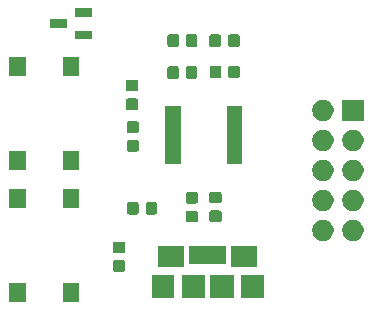
<source format=gbr>
G04 #@! TF.GenerationSoftware,KiCad,Pcbnew,(5.1.5)-3*
G04 #@! TF.CreationDate,2019-12-14T15:37:32-08:00*
G04 #@! TF.ProjectId,programmer,70726f67-7261-46d6-9d65-722e6b696361,rev?*
G04 #@! TF.SameCoordinates,Original*
G04 #@! TF.FileFunction,Soldermask,Top*
G04 #@! TF.FilePolarity,Negative*
%FSLAX46Y46*%
G04 Gerber Fmt 4.6, Leading zero omitted, Abs format (unit mm)*
G04 Created by KiCad (PCBNEW (5.1.5)-3) date 2019-12-14 15:37:32*
%MOMM*%
%LPD*%
G04 APERTURE LIST*
%ADD10C,0.100000*%
G04 APERTURE END LIST*
D10*
G36*
X126875500Y-128969000D02*
G01*
X125473500Y-128969000D01*
X125473500Y-127317000D01*
X126875500Y-127317000D01*
X126875500Y-128969000D01*
G37*
G36*
X122375500Y-128969000D02*
G01*
X120973500Y-128969000D01*
X120973500Y-127317000D01*
X122375500Y-127317000D01*
X122375500Y-128969000D01*
G37*
G36*
X142516640Y-128666480D02*
G01*
X140614640Y-128666480D01*
X140614640Y-126664480D01*
X142516640Y-126664480D01*
X142516640Y-128666480D01*
G37*
G36*
X139966640Y-128666480D02*
G01*
X137964640Y-128666480D01*
X137964640Y-126664480D01*
X139966640Y-126664480D01*
X139966640Y-128666480D01*
G37*
G36*
X137566640Y-128666480D02*
G01*
X135564640Y-128666480D01*
X135564640Y-126664480D01*
X137566640Y-126664480D01*
X137566640Y-128666480D01*
G37*
G36*
X134916640Y-128666480D02*
G01*
X133014640Y-128666480D01*
X133014640Y-126664480D01*
X134916640Y-126664480D01*
X134916640Y-128666480D01*
G37*
G36*
X130630791Y-125438825D02*
G01*
X130664769Y-125449133D01*
X130696090Y-125465874D01*
X130723539Y-125488401D01*
X130746066Y-125515850D01*
X130762807Y-125547171D01*
X130773115Y-125581149D01*
X130777200Y-125622630D01*
X130777200Y-126223850D01*
X130773115Y-126265331D01*
X130762807Y-126299309D01*
X130746066Y-126330630D01*
X130723539Y-126358079D01*
X130696090Y-126380606D01*
X130664769Y-126397347D01*
X130630791Y-126407655D01*
X130589310Y-126411740D01*
X129913090Y-126411740D01*
X129871609Y-126407655D01*
X129837631Y-126397347D01*
X129806310Y-126380606D01*
X129778861Y-126358079D01*
X129756334Y-126330630D01*
X129739593Y-126299309D01*
X129729285Y-126265331D01*
X129725200Y-126223850D01*
X129725200Y-125622630D01*
X129729285Y-125581149D01*
X129739593Y-125547171D01*
X129756334Y-125515850D01*
X129778861Y-125488401D01*
X129806310Y-125465874D01*
X129837631Y-125449133D01*
X129871609Y-125438825D01*
X129913090Y-125434740D01*
X130589310Y-125434740D01*
X130630791Y-125438825D01*
G37*
G36*
X141966640Y-125966480D02*
G01*
X139764640Y-125966480D01*
X139764640Y-124264480D01*
X141966640Y-124264480D01*
X141966640Y-125966480D01*
G37*
G36*
X135766640Y-125966480D02*
G01*
X133564640Y-125966480D01*
X133564640Y-124264480D01*
X135766640Y-124264480D01*
X135766640Y-125966480D01*
G37*
G36*
X139316640Y-125716480D02*
G01*
X136214640Y-125716480D01*
X136214640Y-124264480D01*
X139316640Y-124264480D01*
X139316640Y-125716480D01*
G37*
G36*
X130630791Y-123863825D02*
G01*
X130664769Y-123874133D01*
X130696090Y-123890874D01*
X130723539Y-123913401D01*
X130746066Y-123940850D01*
X130762807Y-123972171D01*
X130773115Y-124006149D01*
X130777200Y-124047630D01*
X130777200Y-124648850D01*
X130773115Y-124690331D01*
X130762807Y-124724309D01*
X130746066Y-124755630D01*
X130723539Y-124783079D01*
X130696090Y-124805606D01*
X130664769Y-124822347D01*
X130630791Y-124832655D01*
X130589310Y-124836740D01*
X129913090Y-124836740D01*
X129871609Y-124832655D01*
X129837631Y-124822347D01*
X129806310Y-124805606D01*
X129778861Y-124783079D01*
X129756334Y-124755630D01*
X129739593Y-124724309D01*
X129729285Y-124690331D01*
X129725200Y-124648850D01*
X129725200Y-124047630D01*
X129729285Y-124006149D01*
X129739593Y-123972171D01*
X129756334Y-123940850D01*
X129778861Y-123913401D01*
X129806310Y-123890874D01*
X129837631Y-123874133D01*
X129871609Y-123863825D01*
X129913090Y-123859740D01*
X130589310Y-123859740D01*
X130630791Y-123863825D01*
G37*
G36*
X147623512Y-122003927D02*
G01*
X147772812Y-122033624D01*
X147936784Y-122101544D01*
X148084354Y-122200147D01*
X148209853Y-122325646D01*
X148308456Y-122473216D01*
X148376376Y-122637188D01*
X148411000Y-122811259D01*
X148411000Y-122988741D01*
X148376376Y-123162812D01*
X148308456Y-123326784D01*
X148209853Y-123474354D01*
X148084354Y-123599853D01*
X147936784Y-123698456D01*
X147772812Y-123766376D01*
X147623512Y-123796073D01*
X147598742Y-123801000D01*
X147421258Y-123801000D01*
X147396488Y-123796073D01*
X147247188Y-123766376D01*
X147083216Y-123698456D01*
X146935646Y-123599853D01*
X146810147Y-123474354D01*
X146711544Y-123326784D01*
X146643624Y-123162812D01*
X146609000Y-122988741D01*
X146609000Y-122811259D01*
X146643624Y-122637188D01*
X146711544Y-122473216D01*
X146810147Y-122325646D01*
X146935646Y-122200147D01*
X147083216Y-122101544D01*
X147247188Y-122033624D01*
X147396488Y-122003927D01*
X147421258Y-121999000D01*
X147598742Y-121999000D01*
X147623512Y-122003927D01*
G37*
G36*
X150163512Y-122003927D02*
G01*
X150312812Y-122033624D01*
X150476784Y-122101544D01*
X150624354Y-122200147D01*
X150749853Y-122325646D01*
X150848456Y-122473216D01*
X150916376Y-122637188D01*
X150951000Y-122811259D01*
X150951000Y-122988741D01*
X150916376Y-123162812D01*
X150848456Y-123326784D01*
X150749853Y-123474354D01*
X150624354Y-123599853D01*
X150476784Y-123698456D01*
X150312812Y-123766376D01*
X150163512Y-123796073D01*
X150138742Y-123801000D01*
X149961258Y-123801000D01*
X149936488Y-123796073D01*
X149787188Y-123766376D01*
X149623216Y-123698456D01*
X149475646Y-123599853D01*
X149350147Y-123474354D01*
X149251544Y-123326784D01*
X149183624Y-123162812D01*
X149149000Y-122988741D01*
X149149000Y-122811259D01*
X149183624Y-122637188D01*
X149251544Y-122473216D01*
X149350147Y-122325646D01*
X149475646Y-122200147D01*
X149623216Y-122101544D01*
X149787188Y-122033624D01*
X149936488Y-122003927D01*
X149961258Y-121999000D01*
X150138742Y-121999000D01*
X150163512Y-122003927D01*
G37*
G36*
X136787751Y-121232385D02*
G01*
X136821729Y-121242693D01*
X136853050Y-121259434D01*
X136880499Y-121281961D01*
X136903026Y-121309410D01*
X136919767Y-121340731D01*
X136930075Y-121374709D01*
X136934160Y-121416190D01*
X136934160Y-122017410D01*
X136930075Y-122058891D01*
X136919767Y-122092869D01*
X136903026Y-122124190D01*
X136880499Y-122151639D01*
X136853050Y-122174166D01*
X136821729Y-122190907D01*
X136787751Y-122201215D01*
X136746270Y-122205300D01*
X136070050Y-122205300D01*
X136028569Y-122201215D01*
X135994591Y-122190907D01*
X135963270Y-122174166D01*
X135935821Y-122151639D01*
X135913294Y-122124190D01*
X135896553Y-122092869D01*
X135886245Y-122058891D01*
X135882160Y-122017410D01*
X135882160Y-121416190D01*
X135886245Y-121374709D01*
X135896553Y-121340731D01*
X135913294Y-121309410D01*
X135935821Y-121281961D01*
X135963270Y-121259434D01*
X135994591Y-121242693D01*
X136028569Y-121232385D01*
X136070050Y-121228300D01*
X136746270Y-121228300D01*
X136787751Y-121232385D01*
G37*
G36*
X138789271Y-121222225D02*
G01*
X138823249Y-121232533D01*
X138854570Y-121249274D01*
X138882019Y-121271801D01*
X138904546Y-121299250D01*
X138921287Y-121330571D01*
X138931595Y-121364549D01*
X138935680Y-121406030D01*
X138935680Y-122007250D01*
X138931595Y-122048731D01*
X138921287Y-122082709D01*
X138904546Y-122114030D01*
X138882019Y-122141479D01*
X138854570Y-122164006D01*
X138823249Y-122180747D01*
X138789271Y-122191055D01*
X138747790Y-122195140D01*
X138071570Y-122195140D01*
X138030089Y-122191055D01*
X137996111Y-122180747D01*
X137964790Y-122164006D01*
X137937341Y-122141479D01*
X137914814Y-122114030D01*
X137898073Y-122082709D01*
X137887765Y-122048731D01*
X137883680Y-122007250D01*
X137883680Y-121406030D01*
X137887765Y-121364549D01*
X137898073Y-121330571D01*
X137914814Y-121299250D01*
X137937341Y-121271801D01*
X137964790Y-121249274D01*
X137996111Y-121232533D01*
X138030089Y-121222225D01*
X138071570Y-121218140D01*
X138747790Y-121218140D01*
X138789271Y-121222225D01*
G37*
G36*
X131751531Y-120514165D02*
G01*
X131785509Y-120524473D01*
X131816830Y-120541214D01*
X131844279Y-120563741D01*
X131866806Y-120591190D01*
X131883547Y-120622511D01*
X131893855Y-120656489D01*
X131897940Y-120697970D01*
X131897940Y-121374190D01*
X131893855Y-121415671D01*
X131883547Y-121449649D01*
X131866806Y-121480970D01*
X131844279Y-121508419D01*
X131816830Y-121530946D01*
X131785509Y-121547687D01*
X131751531Y-121557995D01*
X131710050Y-121562080D01*
X131108830Y-121562080D01*
X131067349Y-121557995D01*
X131033371Y-121547687D01*
X131002050Y-121530946D01*
X130974601Y-121508419D01*
X130952074Y-121480970D01*
X130935333Y-121449649D01*
X130925025Y-121415671D01*
X130920940Y-121374190D01*
X130920940Y-120697970D01*
X130925025Y-120656489D01*
X130935333Y-120622511D01*
X130952074Y-120591190D01*
X130974601Y-120563741D01*
X131002050Y-120541214D01*
X131033371Y-120524473D01*
X131067349Y-120514165D01*
X131108830Y-120510080D01*
X131710050Y-120510080D01*
X131751531Y-120514165D01*
G37*
G36*
X133326531Y-120514165D02*
G01*
X133360509Y-120524473D01*
X133391830Y-120541214D01*
X133419279Y-120563741D01*
X133441806Y-120591190D01*
X133458547Y-120622511D01*
X133468855Y-120656489D01*
X133472940Y-120697970D01*
X133472940Y-121374190D01*
X133468855Y-121415671D01*
X133458547Y-121449649D01*
X133441806Y-121480970D01*
X133419279Y-121508419D01*
X133391830Y-121530946D01*
X133360509Y-121547687D01*
X133326531Y-121557995D01*
X133285050Y-121562080D01*
X132683830Y-121562080D01*
X132642349Y-121557995D01*
X132608371Y-121547687D01*
X132577050Y-121530946D01*
X132549601Y-121508419D01*
X132527074Y-121480970D01*
X132510333Y-121449649D01*
X132500025Y-121415671D01*
X132495940Y-121374190D01*
X132495940Y-120697970D01*
X132500025Y-120656489D01*
X132510333Y-120622511D01*
X132527074Y-120591190D01*
X132549601Y-120563741D01*
X132577050Y-120541214D01*
X132608371Y-120524473D01*
X132642349Y-120514165D01*
X132683830Y-120510080D01*
X133285050Y-120510080D01*
X133326531Y-120514165D01*
G37*
G36*
X147623512Y-119463927D02*
G01*
X147772812Y-119493624D01*
X147936784Y-119561544D01*
X148084354Y-119660147D01*
X148209853Y-119785646D01*
X148308456Y-119933216D01*
X148376376Y-120097188D01*
X148411000Y-120271259D01*
X148411000Y-120448741D01*
X148376376Y-120622812D01*
X148308456Y-120786784D01*
X148209853Y-120934354D01*
X148084354Y-121059853D01*
X147936784Y-121158456D01*
X147772812Y-121226376D01*
X147623512Y-121256073D01*
X147598742Y-121261000D01*
X147421258Y-121261000D01*
X147396488Y-121256073D01*
X147247188Y-121226376D01*
X147083216Y-121158456D01*
X146935646Y-121059853D01*
X146810147Y-120934354D01*
X146711544Y-120786784D01*
X146643624Y-120622812D01*
X146609000Y-120448741D01*
X146609000Y-120271259D01*
X146643624Y-120097188D01*
X146711544Y-119933216D01*
X146810147Y-119785646D01*
X146935646Y-119660147D01*
X147083216Y-119561544D01*
X147247188Y-119493624D01*
X147396488Y-119463927D01*
X147421258Y-119459000D01*
X147598742Y-119459000D01*
X147623512Y-119463927D01*
G37*
G36*
X150163512Y-119463927D02*
G01*
X150312812Y-119493624D01*
X150476784Y-119561544D01*
X150624354Y-119660147D01*
X150749853Y-119785646D01*
X150848456Y-119933216D01*
X150916376Y-120097188D01*
X150951000Y-120271259D01*
X150951000Y-120448741D01*
X150916376Y-120622812D01*
X150848456Y-120786784D01*
X150749853Y-120934354D01*
X150624354Y-121059853D01*
X150476784Y-121158456D01*
X150312812Y-121226376D01*
X150163512Y-121256073D01*
X150138742Y-121261000D01*
X149961258Y-121261000D01*
X149936488Y-121256073D01*
X149787188Y-121226376D01*
X149623216Y-121158456D01*
X149475646Y-121059853D01*
X149350147Y-120934354D01*
X149251544Y-120786784D01*
X149183624Y-120622812D01*
X149149000Y-120448741D01*
X149149000Y-120271259D01*
X149183624Y-120097188D01*
X149251544Y-119933216D01*
X149350147Y-119785646D01*
X149475646Y-119660147D01*
X149623216Y-119561544D01*
X149787188Y-119493624D01*
X149936488Y-119463927D01*
X149961258Y-119459000D01*
X150138742Y-119459000D01*
X150163512Y-119463927D01*
G37*
G36*
X126875500Y-121019000D02*
G01*
X125473500Y-121019000D01*
X125473500Y-119367000D01*
X126875500Y-119367000D01*
X126875500Y-121019000D01*
G37*
G36*
X122375500Y-121019000D02*
G01*
X120973500Y-121019000D01*
X120973500Y-119367000D01*
X122375500Y-119367000D01*
X122375500Y-121019000D01*
G37*
G36*
X136787751Y-119657385D02*
G01*
X136821729Y-119667693D01*
X136853050Y-119684434D01*
X136880499Y-119706961D01*
X136903026Y-119734410D01*
X136919767Y-119765731D01*
X136930075Y-119799709D01*
X136934160Y-119841190D01*
X136934160Y-120442410D01*
X136930075Y-120483891D01*
X136919767Y-120517869D01*
X136903026Y-120549190D01*
X136880499Y-120576639D01*
X136853050Y-120599166D01*
X136821729Y-120615907D01*
X136787751Y-120626215D01*
X136746270Y-120630300D01*
X136070050Y-120630300D01*
X136028569Y-120626215D01*
X135994591Y-120615907D01*
X135963270Y-120599166D01*
X135935821Y-120576639D01*
X135913294Y-120549190D01*
X135896553Y-120517869D01*
X135886245Y-120483891D01*
X135882160Y-120442410D01*
X135882160Y-119841190D01*
X135886245Y-119799709D01*
X135896553Y-119765731D01*
X135913294Y-119734410D01*
X135935821Y-119706961D01*
X135963270Y-119684434D01*
X135994591Y-119667693D01*
X136028569Y-119657385D01*
X136070050Y-119653300D01*
X136746270Y-119653300D01*
X136787751Y-119657385D01*
G37*
G36*
X138789271Y-119647225D02*
G01*
X138823249Y-119657533D01*
X138854570Y-119674274D01*
X138882019Y-119696801D01*
X138904546Y-119724250D01*
X138921287Y-119755571D01*
X138931595Y-119789549D01*
X138935680Y-119831030D01*
X138935680Y-120432250D01*
X138931595Y-120473731D01*
X138921287Y-120507709D01*
X138904546Y-120539030D01*
X138882019Y-120566479D01*
X138854570Y-120589006D01*
X138823249Y-120605747D01*
X138789271Y-120616055D01*
X138747790Y-120620140D01*
X138071570Y-120620140D01*
X138030089Y-120616055D01*
X137996111Y-120605747D01*
X137964790Y-120589006D01*
X137937341Y-120566479D01*
X137914814Y-120539030D01*
X137898073Y-120507709D01*
X137887765Y-120473731D01*
X137883680Y-120432250D01*
X137883680Y-119831030D01*
X137887765Y-119789549D01*
X137898073Y-119755571D01*
X137914814Y-119724250D01*
X137937341Y-119696801D01*
X137964790Y-119674274D01*
X137996111Y-119657533D01*
X138030089Y-119647225D01*
X138071570Y-119643140D01*
X138747790Y-119643140D01*
X138789271Y-119647225D01*
G37*
G36*
X150163512Y-116923927D02*
G01*
X150312812Y-116953624D01*
X150476784Y-117021544D01*
X150624354Y-117120147D01*
X150749853Y-117245646D01*
X150848456Y-117393216D01*
X150916376Y-117557188D01*
X150951000Y-117731259D01*
X150951000Y-117908741D01*
X150916376Y-118082812D01*
X150848456Y-118246784D01*
X150749853Y-118394354D01*
X150624354Y-118519853D01*
X150476784Y-118618456D01*
X150312812Y-118686376D01*
X150163512Y-118716073D01*
X150138742Y-118721000D01*
X149961258Y-118721000D01*
X149936488Y-118716073D01*
X149787188Y-118686376D01*
X149623216Y-118618456D01*
X149475646Y-118519853D01*
X149350147Y-118394354D01*
X149251544Y-118246784D01*
X149183624Y-118082812D01*
X149149000Y-117908741D01*
X149149000Y-117731259D01*
X149183624Y-117557188D01*
X149251544Y-117393216D01*
X149350147Y-117245646D01*
X149475646Y-117120147D01*
X149623216Y-117021544D01*
X149787188Y-116953624D01*
X149936488Y-116923927D01*
X149961258Y-116919000D01*
X150138742Y-116919000D01*
X150163512Y-116923927D01*
G37*
G36*
X147623512Y-116923927D02*
G01*
X147772812Y-116953624D01*
X147936784Y-117021544D01*
X148084354Y-117120147D01*
X148209853Y-117245646D01*
X148308456Y-117393216D01*
X148376376Y-117557188D01*
X148411000Y-117731259D01*
X148411000Y-117908741D01*
X148376376Y-118082812D01*
X148308456Y-118246784D01*
X148209853Y-118394354D01*
X148084354Y-118519853D01*
X147936784Y-118618456D01*
X147772812Y-118686376D01*
X147623512Y-118716073D01*
X147598742Y-118721000D01*
X147421258Y-118721000D01*
X147396488Y-118716073D01*
X147247188Y-118686376D01*
X147083216Y-118618456D01*
X146935646Y-118519853D01*
X146810147Y-118394354D01*
X146711544Y-118246784D01*
X146643624Y-118082812D01*
X146609000Y-117908741D01*
X146609000Y-117731259D01*
X146643624Y-117557188D01*
X146711544Y-117393216D01*
X146810147Y-117245646D01*
X146935646Y-117120147D01*
X147083216Y-117021544D01*
X147247188Y-116953624D01*
X147396488Y-116923927D01*
X147421258Y-116919000D01*
X147598742Y-116919000D01*
X147623512Y-116923927D01*
G37*
G36*
X122375500Y-117793000D02*
G01*
X120973500Y-117793000D01*
X120973500Y-116141000D01*
X122375500Y-116141000D01*
X122375500Y-117793000D01*
G37*
G36*
X126875500Y-117793000D02*
G01*
X125473500Y-117793000D01*
X125473500Y-116141000D01*
X126875500Y-116141000D01*
X126875500Y-117793000D01*
G37*
G36*
X135465960Y-117324680D02*
G01*
X134163960Y-117324680D01*
X134163960Y-112377680D01*
X135465960Y-112377680D01*
X135465960Y-117324680D01*
G37*
G36*
X140665960Y-117324680D02*
G01*
X139363960Y-117324680D01*
X139363960Y-112377680D01*
X140665960Y-112377680D01*
X140665960Y-117324680D01*
G37*
G36*
X131794111Y-115253425D02*
G01*
X131828089Y-115263733D01*
X131859410Y-115280474D01*
X131886859Y-115303001D01*
X131909386Y-115330450D01*
X131926127Y-115361771D01*
X131936435Y-115395749D01*
X131940520Y-115437230D01*
X131940520Y-116038450D01*
X131936435Y-116079931D01*
X131926127Y-116113909D01*
X131909386Y-116145230D01*
X131886859Y-116172679D01*
X131859410Y-116195206D01*
X131828089Y-116211947D01*
X131794111Y-116222255D01*
X131752630Y-116226340D01*
X131076410Y-116226340D01*
X131034929Y-116222255D01*
X131000951Y-116211947D01*
X130969630Y-116195206D01*
X130942181Y-116172679D01*
X130919654Y-116145230D01*
X130902913Y-116113909D01*
X130892605Y-116079931D01*
X130888520Y-116038450D01*
X130888520Y-115437230D01*
X130892605Y-115395749D01*
X130902913Y-115361771D01*
X130919654Y-115330450D01*
X130942181Y-115303001D01*
X130969630Y-115280474D01*
X131000951Y-115263733D01*
X131034929Y-115253425D01*
X131076410Y-115249340D01*
X131752630Y-115249340D01*
X131794111Y-115253425D01*
G37*
G36*
X150163512Y-114383927D02*
G01*
X150312812Y-114413624D01*
X150476784Y-114481544D01*
X150624354Y-114580147D01*
X150749853Y-114705646D01*
X150848456Y-114853216D01*
X150916376Y-115017188D01*
X150951000Y-115191259D01*
X150951000Y-115368741D01*
X150916376Y-115542812D01*
X150848456Y-115706784D01*
X150749853Y-115854354D01*
X150624354Y-115979853D01*
X150476784Y-116078456D01*
X150312812Y-116146376D01*
X150163512Y-116176073D01*
X150138742Y-116181000D01*
X149961258Y-116181000D01*
X149936488Y-116176073D01*
X149787188Y-116146376D01*
X149623216Y-116078456D01*
X149475646Y-115979853D01*
X149350147Y-115854354D01*
X149251544Y-115706784D01*
X149183624Y-115542812D01*
X149149000Y-115368741D01*
X149149000Y-115191259D01*
X149183624Y-115017188D01*
X149251544Y-114853216D01*
X149350147Y-114705646D01*
X149475646Y-114580147D01*
X149623216Y-114481544D01*
X149787188Y-114413624D01*
X149936488Y-114383927D01*
X149961258Y-114379000D01*
X150138742Y-114379000D01*
X150163512Y-114383927D01*
G37*
G36*
X147623512Y-114383927D02*
G01*
X147772812Y-114413624D01*
X147936784Y-114481544D01*
X148084354Y-114580147D01*
X148209853Y-114705646D01*
X148308456Y-114853216D01*
X148376376Y-115017188D01*
X148411000Y-115191259D01*
X148411000Y-115368741D01*
X148376376Y-115542812D01*
X148308456Y-115706784D01*
X148209853Y-115854354D01*
X148084354Y-115979853D01*
X147936784Y-116078456D01*
X147772812Y-116146376D01*
X147623512Y-116176073D01*
X147598742Y-116181000D01*
X147421258Y-116181000D01*
X147396488Y-116176073D01*
X147247188Y-116146376D01*
X147083216Y-116078456D01*
X146935646Y-115979853D01*
X146810147Y-115854354D01*
X146711544Y-115706784D01*
X146643624Y-115542812D01*
X146609000Y-115368741D01*
X146609000Y-115191259D01*
X146643624Y-115017188D01*
X146711544Y-114853216D01*
X146810147Y-114705646D01*
X146935646Y-114580147D01*
X147083216Y-114481544D01*
X147247188Y-114413624D01*
X147396488Y-114383927D01*
X147421258Y-114379000D01*
X147598742Y-114379000D01*
X147623512Y-114383927D01*
G37*
G36*
X131794111Y-113678425D02*
G01*
X131828089Y-113688733D01*
X131859410Y-113705474D01*
X131886859Y-113728001D01*
X131909386Y-113755450D01*
X131926127Y-113786771D01*
X131936435Y-113820749D01*
X131940520Y-113862230D01*
X131940520Y-114463450D01*
X131936435Y-114504931D01*
X131926127Y-114538909D01*
X131909386Y-114570230D01*
X131886859Y-114597679D01*
X131859410Y-114620206D01*
X131828089Y-114636947D01*
X131794111Y-114647255D01*
X131752630Y-114651340D01*
X131076410Y-114651340D01*
X131034929Y-114647255D01*
X131000951Y-114636947D01*
X130969630Y-114620206D01*
X130942181Y-114597679D01*
X130919654Y-114570230D01*
X130902913Y-114538909D01*
X130892605Y-114504931D01*
X130888520Y-114463450D01*
X130888520Y-113862230D01*
X130892605Y-113820749D01*
X130902913Y-113786771D01*
X130919654Y-113755450D01*
X130942181Y-113728001D01*
X130969630Y-113705474D01*
X131000951Y-113688733D01*
X131034929Y-113678425D01*
X131076410Y-113674340D01*
X131752630Y-113674340D01*
X131794111Y-113678425D01*
G37*
G36*
X150951000Y-113641000D02*
G01*
X149149000Y-113641000D01*
X149149000Y-111839000D01*
X150951000Y-111839000D01*
X150951000Y-113641000D01*
G37*
G36*
X147616498Y-111842532D02*
G01*
X147772812Y-111873624D01*
X147936784Y-111941544D01*
X148084354Y-112040147D01*
X148209853Y-112165646D01*
X148308456Y-112313216D01*
X148376376Y-112477188D01*
X148411000Y-112651259D01*
X148411000Y-112828741D01*
X148376376Y-113002812D01*
X148308456Y-113166784D01*
X148209853Y-113314354D01*
X148084354Y-113439853D01*
X147936784Y-113538456D01*
X147772812Y-113606376D01*
X147623512Y-113636073D01*
X147598742Y-113641000D01*
X147421258Y-113641000D01*
X147396488Y-113636073D01*
X147247188Y-113606376D01*
X147083216Y-113538456D01*
X146935646Y-113439853D01*
X146810147Y-113314354D01*
X146711544Y-113166784D01*
X146643624Y-113002812D01*
X146609000Y-112828741D01*
X146609000Y-112651259D01*
X146643624Y-112477188D01*
X146711544Y-112313216D01*
X146810147Y-112165646D01*
X146935646Y-112040147D01*
X147083216Y-111941544D01*
X147247188Y-111873624D01*
X147403502Y-111842532D01*
X147421258Y-111839000D01*
X147598742Y-111839000D01*
X147616498Y-111842532D01*
G37*
G36*
X131733151Y-111738065D02*
G01*
X131767129Y-111748373D01*
X131798450Y-111765114D01*
X131825899Y-111787641D01*
X131848426Y-111815090D01*
X131865167Y-111846411D01*
X131875475Y-111880389D01*
X131879560Y-111921870D01*
X131879560Y-112523090D01*
X131875475Y-112564571D01*
X131865167Y-112598549D01*
X131848426Y-112629870D01*
X131825899Y-112657319D01*
X131798450Y-112679846D01*
X131767129Y-112696587D01*
X131733151Y-112706895D01*
X131691670Y-112710980D01*
X131015450Y-112710980D01*
X130973969Y-112706895D01*
X130939991Y-112696587D01*
X130908670Y-112679846D01*
X130881221Y-112657319D01*
X130858694Y-112629870D01*
X130841953Y-112598549D01*
X130831645Y-112564571D01*
X130827560Y-112523090D01*
X130827560Y-111921870D01*
X130831645Y-111880389D01*
X130841953Y-111846411D01*
X130858694Y-111815090D01*
X130881221Y-111787641D01*
X130908670Y-111765114D01*
X130939991Y-111748373D01*
X130973969Y-111738065D01*
X131015450Y-111733980D01*
X131691670Y-111733980D01*
X131733151Y-111738065D01*
G37*
G36*
X131733151Y-110163065D02*
G01*
X131767129Y-110173373D01*
X131798450Y-110190114D01*
X131825899Y-110212641D01*
X131848426Y-110240090D01*
X131865167Y-110271411D01*
X131875475Y-110305389D01*
X131879560Y-110346870D01*
X131879560Y-110948090D01*
X131875475Y-110989571D01*
X131865167Y-111023549D01*
X131848426Y-111054870D01*
X131825899Y-111082319D01*
X131798450Y-111104846D01*
X131767129Y-111121587D01*
X131733151Y-111131895D01*
X131691670Y-111135980D01*
X131015450Y-111135980D01*
X130973969Y-111131895D01*
X130939991Y-111121587D01*
X130908670Y-111104846D01*
X130881221Y-111082319D01*
X130858694Y-111054870D01*
X130841953Y-111023549D01*
X130831645Y-110989571D01*
X130827560Y-110948090D01*
X130827560Y-110346870D01*
X130831645Y-110305389D01*
X130841953Y-110271411D01*
X130858694Y-110240090D01*
X130881221Y-110212641D01*
X130908670Y-110190114D01*
X130939991Y-110173373D01*
X130973969Y-110163065D01*
X131015450Y-110158980D01*
X131691670Y-110158980D01*
X131733151Y-110163065D01*
G37*
G36*
X135165291Y-109013045D02*
G01*
X135199269Y-109023353D01*
X135230590Y-109040094D01*
X135258039Y-109062621D01*
X135280566Y-109090070D01*
X135297307Y-109121391D01*
X135307615Y-109155369D01*
X135311700Y-109196850D01*
X135311700Y-109873070D01*
X135307615Y-109914551D01*
X135297307Y-109948529D01*
X135280566Y-109979850D01*
X135258039Y-110007299D01*
X135230590Y-110029826D01*
X135199269Y-110046567D01*
X135165291Y-110056875D01*
X135123810Y-110060960D01*
X134522590Y-110060960D01*
X134481109Y-110056875D01*
X134447131Y-110046567D01*
X134415810Y-110029826D01*
X134388361Y-110007299D01*
X134365834Y-109979850D01*
X134349093Y-109948529D01*
X134338785Y-109914551D01*
X134334700Y-109873070D01*
X134334700Y-109196850D01*
X134338785Y-109155369D01*
X134349093Y-109121391D01*
X134365834Y-109090070D01*
X134388361Y-109062621D01*
X134415810Y-109040094D01*
X134447131Y-109023353D01*
X134481109Y-109013045D01*
X134522590Y-109008960D01*
X135123810Y-109008960D01*
X135165291Y-109013045D01*
G37*
G36*
X136740291Y-109013045D02*
G01*
X136774269Y-109023353D01*
X136805590Y-109040094D01*
X136833039Y-109062621D01*
X136855566Y-109090070D01*
X136872307Y-109121391D01*
X136882615Y-109155369D01*
X136886700Y-109196850D01*
X136886700Y-109873070D01*
X136882615Y-109914551D01*
X136872307Y-109948529D01*
X136855566Y-109979850D01*
X136833039Y-110007299D01*
X136805590Y-110029826D01*
X136774269Y-110046567D01*
X136740291Y-110056875D01*
X136698810Y-110060960D01*
X136097590Y-110060960D01*
X136056109Y-110056875D01*
X136022131Y-110046567D01*
X135990810Y-110029826D01*
X135963361Y-110007299D01*
X135940834Y-109979850D01*
X135924093Y-109948529D01*
X135913785Y-109914551D01*
X135909700Y-109873070D01*
X135909700Y-109196850D01*
X135913785Y-109155369D01*
X135924093Y-109121391D01*
X135940834Y-109090070D01*
X135963361Y-109062621D01*
X135990810Y-109040094D01*
X136022131Y-109023353D01*
X136056109Y-109013045D01*
X136097590Y-109008960D01*
X136698810Y-109008960D01*
X136740291Y-109013045D01*
G37*
G36*
X138756651Y-108967325D02*
G01*
X138790629Y-108977633D01*
X138821950Y-108994374D01*
X138849399Y-109016901D01*
X138871926Y-109044350D01*
X138888667Y-109075671D01*
X138898975Y-109109649D01*
X138903060Y-109151130D01*
X138903060Y-109827350D01*
X138898975Y-109868831D01*
X138888667Y-109902809D01*
X138871926Y-109934130D01*
X138849399Y-109961579D01*
X138821950Y-109984106D01*
X138790629Y-110000847D01*
X138756651Y-110011155D01*
X138715170Y-110015240D01*
X138113950Y-110015240D01*
X138072469Y-110011155D01*
X138038491Y-110000847D01*
X138007170Y-109984106D01*
X137979721Y-109961579D01*
X137957194Y-109934130D01*
X137940453Y-109902809D01*
X137930145Y-109868831D01*
X137926060Y-109827350D01*
X137926060Y-109151130D01*
X137930145Y-109109649D01*
X137940453Y-109075671D01*
X137957194Y-109044350D01*
X137979721Y-109016901D01*
X138007170Y-108994374D01*
X138038491Y-108977633D01*
X138072469Y-108967325D01*
X138113950Y-108963240D01*
X138715170Y-108963240D01*
X138756651Y-108967325D01*
G37*
G36*
X140331651Y-108967325D02*
G01*
X140365629Y-108977633D01*
X140396950Y-108994374D01*
X140424399Y-109016901D01*
X140446926Y-109044350D01*
X140463667Y-109075671D01*
X140473975Y-109109649D01*
X140478060Y-109151130D01*
X140478060Y-109827350D01*
X140473975Y-109868831D01*
X140463667Y-109902809D01*
X140446926Y-109934130D01*
X140424399Y-109961579D01*
X140396950Y-109984106D01*
X140365629Y-110000847D01*
X140331651Y-110011155D01*
X140290170Y-110015240D01*
X139688950Y-110015240D01*
X139647469Y-110011155D01*
X139613491Y-110000847D01*
X139582170Y-109984106D01*
X139554721Y-109961579D01*
X139532194Y-109934130D01*
X139515453Y-109902809D01*
X139505145Y-109868831D01*
X139501060Y-109827350D01*
X139501060Y-109151130D01*
X139505145Y-109109649D01*
X139515453Y-109075671D01*
X139532194Y-109044350D01*
X139554721Y-109016901D01*
X139582170Y-108994374D01*
X139613491Y-108977633D01*
X139647469Y-108967325D01*
X139688950Y-108963240D01*
X140290170Y-108963240D01*
X140331651Y-108967325D01*
G37*
G36*
X126875500Y-109843000D02*
G01*
X125473500Y-109843000D01*
X125473500Y-108191000D01*
X126875500Y-108191000D01*
X126875500Y-109843000D01*
G37*
G36*
X122375500Y-109843000D02*
G01*
X120973500Y-109843000D01*
X120973500Y-108191000D01*
X122375500Y-108191000D01*
X122375500Y-109843000D01*
G37*
G36*
X138731451Y-106315565D02*
G01*
X138765429Y-106325873D01*
X138796750Y-106342614D01*
X138824199Y-106365141D01*
X138846726Y-106392590D01*
X138863467Y-106423911D01*
X138873775Y-106457889D01*
X138877860Y-106499370D01*
X138877860Y-107175590D01*
X138873775Y-107217071D01*
X138863467Y-107251049D01*
X138846726Y-107282370D01*
X138824199Y-107309819D01*
X138796750Y-107332346D01*
X138765429Y-107349087D01*
X138731451Y-107359395D01*
X138689970Y-107363480D01*
X138088750Y-107363480D01*
X138047269Y-107359395D01*
X138013291Y-107349087D01*
X137981970Y-107332346D01*
X137954521Y-107309819D01*
X137931994Y-107282370D01*
X137915253Y-107251049D01*
X137904945Y-107217071D01*
X137900860Y-107175590D01*
X137900860Y-106499370D01*
X137904945Y-106457889D01*
X137915253Y-106423911D01*
X137931994Y-106392590D01*
X137954521Y-106365141D01*
X137981970Y-106342614D01*
X138013291Y-106325873D01*
X138047269Y-106315565D01*
X138088750Y-106311480D01*
X138689970Y-106311480D01*
X138731451Y-106315565D01*
G37*
G36*
X140306451Y-106315565D02*
G01*
X140340429Y-106325873D01*
X140371750Y-106342614D01*
X140399199Y-106365141D01*
X140421726Y-106392590D01*
X140438467Y-106423911D01*
X140448775Y-106457889D01*
X140452860Y-106499370D01*
X140452860Y-107175590D01*
X140448775Y-107217071D01*
X140438467Y-107251049D01*
X140421726Y-107282370D01*
X140399199Y-107309819D01*
X140371750Y-107332346D01*
X140340429Y-107349087D01*
X140306451Y-107359395D01*
X140264970Y-107363480D01*
X139663750Y-107363480D01*
X139622269Y-107359395D01*
X139588291Y-107349087D01*
X139556970Y-107332346D01*
X139529521Y-107309819D01*
X139506994Y-107282370D01*
X139490253Y-107251049D01*
X139479945Y-107217071D01*
X139475860Y-107175590D01*
X139475860Y-106499370D01*
X139479945Y-106457889D01*
X139490253Y-106423911D01*
X139506994Y-106392590D01*
X139529521Y-106365141D01*
X139556970Y-106342614D01*
X139588291Y-106325873D01*
X139622269Y-106315565D01*
X139663750Y-106311480D01*
X140264970Y-106311480D01*
X140306451Y-106315565D01*
G37*
G36*
X136745371Y-106305405D02*
G01*
X136779349Y-106315713D01*
X136810670Y-106332454D01*
X136838119Y-106354981D01*
X136860646Y-106382430D01*
X136877387Y-106413751D01*
X136887695Y-106447729D01*
X136891780Y-106489210D01*
X136891780Y-107165430D01*
X136887695Y-107206911D01*
X136877387Y-107240889D01*
X136860646Y-107272210D01*
X136838119Y-107299659D01*
X136810670Y-107322186D01*
X136779349Y-107338927D01*
X136745371Y-107349235D01*
X136703890Y-107353320D01*
X136102670Y-107353320D01*
X136061189Y-107349235D01*
X136027211Y-107338927D01*
X135995890Y-107322186D01*
X135968441Y-107299659D01*
X135945914Y-107272210D01*
X135929173Y-107240889D01*
X135918865Y-107206911D01*
X135914780Y-107165430D01*
X135914780Y-106489210D01*
X135918865Y-106447729D01*
X135929173Y-106413751D01*
X135945914Y-106382430D01*
X135968441Y-106354981D01*
X135995890Y-106332454D01*
X136027211Y-106315713D01*
X136061189Y-106305405D01*
X136102670Y-106301320D01*
X136703890Y-106301320D01*
X136745371Y-106305405D01*
G37*
G36*
X135170371Y-106305405D02*
G01*
X135204349Y-106315713D01*
X135235670Y-106332454D01*
X135263119Y-106354981D01*
X135285646Y-106382430D01*
X135302387Y-106413751D01*
X135312695Y-106447729D01*
X135316780Y-106489210D01*
X135316780Y-107165430D01*
X135312695Y-107206911D01*
X135302387Y-107240889D01*
X135285646Y-107272210D01*
X135263119Y-107299659D01*
X135235670Y-107322186D01*
X135204349Y-107338927D01*
X135170371Y-107349235D01*
X135128890Y-107353320D01*
X134527670Y-107353320D01*
X134486189Y-107349235D01*
X134452211Y-107338927D01*
X134420890Y-107322186D01*
X134393441Y-107299659D01*
X134370914Y-107272210D01*
X134354173Y-107240889D01*
X134343865Y-107206911D01*
X134339780Y-107165430D01*
X134339780Y-106489210D01*
X134343865Y-106447729D01*
X134354173Y-106413751D01*
X134370914Y-106382430D01*
X134393441Y-106354981D01*
X134420890Y-106332454D01*
X134452211Y-106315713D01*
X134486189Y-106305405D01*
X134527670Y-106301320D01*
X135128890Y-106301320D01*
X135170371Y-106305405D01*
G37*
G36*
X127974000Y-106732500D02*
G01*
X126534000Y-106732500D01*
X126534000Y-105992500D01*
X127974000Y-105992500D01*
X127974000Y-106732500D01*
G37*
G36*
X125874000Y-105782500D02*
G01*
X124434000Y-105782500D01*
X124434000Y-105042500D01*
X125874000Y-105042500D01*
X125874000Y-105782500D01*
G37*
G36*
X127974000Y-104832500D02*
G01*
X126534000Y-104832500D01*
X126534000Y-104092500D01*
X127974000Y-104092500D01*
X127974000Y-104832500D01*
G37*
M02*

</source>
